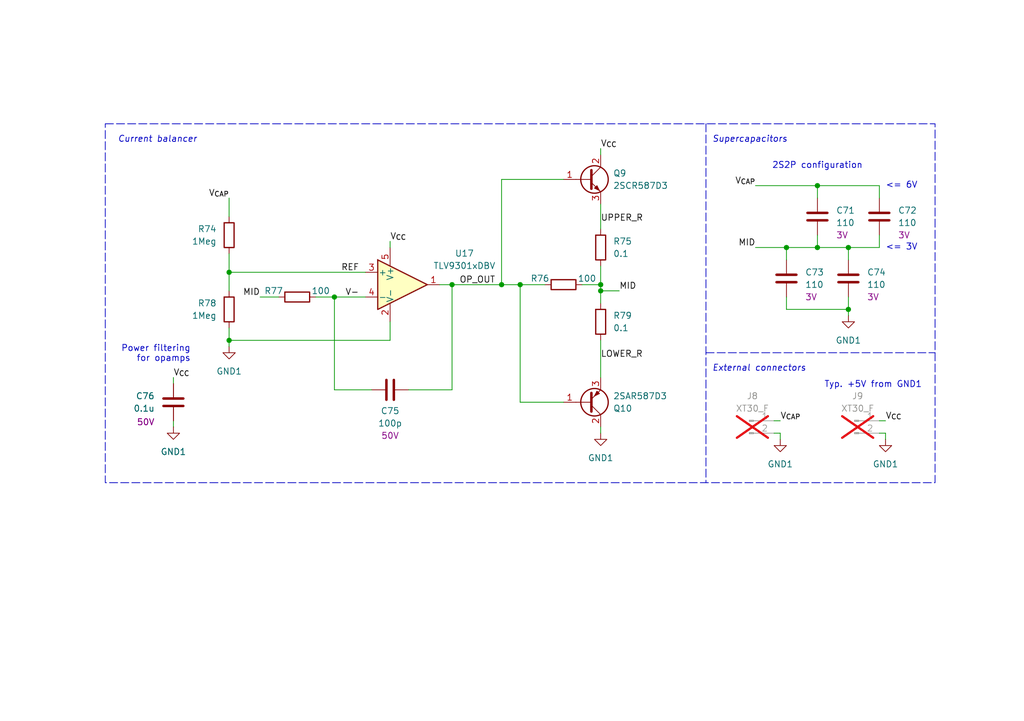
<source format=kicad_sch>
(kicad_sch (version 20250114) (generator "eeschema") (generator_version "9.0")
  (paper "A5")
  (title_block (title "Supercapacitor + Balancing") (date "2025-05-23") (rev "1") (company "UT Robomaster") (comment 1 "Robomaster"))
  (lib_symbols
    (symbol "Amplifier_Operational:TLV9301xDBV" (pin_names (offset 0.127))
      (property "Reference" "U" (at -1.27 6.35 0))
      (property "Value" "TLV9301xDBV" (at -1.27 3.81 0))
      (symbol "TLV9301xDBV_0_1"
        (polyline (pts (xy -5.08 5.08) (xy 5.08 0) (xy -5.08 -5.08) (xy -5.08 5.08)) (stroke (width 0.254)) (fill (type background)))
        (pin power_in line (at -2.54 7.62 270) (length 3.81) (name "V+") (number "5"))
        (pin power_in line (at -2.54 -7.62 90) (length 3.81) (name "V-") (number "2"))
      )
      (symbol "TLV9301xDBV_1_1"
        (pin input line (at -7.62 2.54 0) (length 2.54) (name "+") (number "3"))
        (pin input line (at -7.62 -2.54 0) (length 2.54) (name "-") (number "4"))
        (pin output line (at 7.62 0 180) (length 2.54) (name "~") (number "1"))
      )
    )
    (symbol "Connector:Conn_01x02_Pin" (pin_names (offset 1.016) (hide yes))
      (property "Reference" "J" (at 0 2.54 0))
      (property "Value" "Conn_01x02_Pin" (at 0 -5.08 0))
      (symbol "Conn_01x02_Pin_1_1"
        (rectangle (start 0.8636 0.127) (end 0 -0.127) (stroke (width 0.1524)) (fill (type outline)))
        (rectangle (start 0.8636 -2.413) (end 0 -2.667) (stroke (width 0.1524)) (fill (type outline)))
        (polyline (pts (xy 1.27 0) (xy 0.8636 0)) (stroke (width 0.1524)))
        (polyline (pts (xy 1.27 -2.54) (xy 0.8636 -2.54)) (stroke (width 0.1524)))
        (pin passive line (at 5.08 0 180) (length 3.81) (name "Pin_1") (number "1"))
        (pin passive line (at 5.08 -2.54 180) (length 3.81) (name "Pin_2") (number "2"))
      )
    )
    (symbol "Device:C" (pin_numbers (hide yes)) (pin_names (offset 0.254))
      (property "Reference" "C" (at 0.635 2.54 0))
      (property "Value" "C" (at 0.635 -2.54 0))
      (symbol "C_0_1"
        (polyline (pts (xy -2.032 0.762) (xy 2.032 0.762)) (stroke (width 0.508)))
        (polyline (pts (xy -2.032 -0.762) (xy 2.032 -0.762)) (stroke (width 0.508)))
      )
      (symbol "C_1_1"
        (pin passive line (at 0 3.81 270) (length 2.794) (name "~") (number "1"))
        (pin passive line (at 0 -3.81 90) (length 2.794) (name "~") (number "2"))
      )
    )
    (symbol "Device:R" (pin_numbers (hide yes)) (pin_names (offset 0))
      (property "Reference" "R" (at 2.032 0 90))
      (property "Value" "R" (at 0 0 90))
      (symbol "R_0_1"
        (rectangle (start -1.016 -2.54) (end 1.016 2.54) (stroke (width 0.254)))
      )
      (symbol "R_1_1"
        (pin passive line (at 0 3.81 270) (length 1.27) (name "~") (number "1"))
        (pin passive line (at 0 -3.81 90) (length 1.27) (name "~") (number "2"))
      )
    )
    (symbol "Transistor_BJT:Q_NPN_BCE" (pin_names (offset 0) (hide yes))
      (property "Reference" "Q" (at 5.08 1.27 0))
      (property "Value" "Q_NPN_BCE" (at 5.08 -1.27 0))
      (symbol "Q_NPN_BCE_0_1"
        (polyline (pts (xy -2.54 0) (xy 0.635 0)))
        (polyline (pts (xy 0.635 1.905) (xy 0.635 -1.905)) (stroke (width 0.508)))
        (circle (center 1.27 0) (radius 2.8194) (stroke (width 0.254)))
      )
      (symbol "Q_NPN_BCE_1_1"
        (polyline (pts (xy 0.635 0.635) (xy 2.54 2.54)))
        (polyline (pts (xy 0.635 -0.635) (xy 2.54 -2.54)))
        (polyline (pts (xy 1.27 -1.778) (xy 1.778 -1.27) (xy 2.286 -2.286) (xy 1.27 -1.778)) (fill (type outline)))
        (pin input line (at -5.08 0 0) (length 2.54) (name "B") (number "1"))
        (pin passive line (at 2.54 5.08 270) (length 2.54) (name "C") (number "2"))
        (pin passive line (at 2.54 -5.08 90) (length 2.54) (name "E") (number "3"))
      )
    )
    (symbol "Transistor_BJT:Q_PNP_BCE" (pin_names (offset 0) (hide yes))
      (property "Reference" "Q" (at 5.08 1.27 0))
      (property "Value" "Q_PNP_BCE" (at 5.08 -1.27 0))
      (symbol "Q_PNP_BCE_0_1"
        (polyline (pts (xy -2.54 0) (xy 0.635 0)))
        (polyline (pts (xy 0.635 1.905) (xy 0.635 -1.905)) (stroke (width 0.508)))
        (polyline (pts (xy 0.635 0.635) (xy 2.54 2.54)))
        (polyline (pts (xy 0.635 -0.635) (xy 2.54 -2.54)))
        (circle (center 1.27 0) (radius 2.8194) (stroke (width 0.254)))
        (polyline (pts (xy 2.286 -1.778) (xy 1.778 -2.286) (xy 1.27 -1.27) (xy 2.286 -1.778)) (fill (type outline)))
      )
      (symbol "Q_PNP_BCE_1_1"
        (pin input line (at -5.08 0 0) (length 2.54) (name "B") (number "1"))
        (pin passive line (at 2.54 5.08 270) (length 2.54) (name "C") (number "2"))
        (pin passive line (at 2.54 -5.08 90) (length 2.54) (name "E") (number "3"))
      )
    )
    (symbol "power:GND1" (power) (pin_numbers (hide yes)) (pin_names (offset 0) (hide yes))
      (property "Value" "GND1" (at 0 -3.81 0))
      (symbol "GND1_0_1"
        (polyline (pts (xy 0 0) (xy 0 -1.27) (xy 1.27 -1.27) (xy 0 -2.54) (xy -1.27 -1.27) (xy 0 -1.27)))
      )
      (symbol "GND1_1_1"
        (pin power_in line (at 0 0 270) (length 0) (name "~") (number "1"))
      )
    )
  )
  (rectangle (start 21.59 25.4) (end 191.77 99.06) (stroke (width 0) (type dash)))
  (text "External connectors" (at 146.05 74.93 0) (effects (font (size 1.27 1.27) (italic yes)) (justify left top)))
  (text "<= 3V" (at 181.61 50.8 0) (effects (font (size 1.27 1.27)) (justify left)))
  (text "Power filtering\nfor opamps" (at 39.116 72.644 0) (effects (font (size 1.27 1.27)) (justify right)))
  (text "2S2P configuration" (at 167.64 34.798 0) (effects (font (size 1.27 1.27)) (justify bottom)))
  (text "Current balancer" (at 24.13 27.94 0) (effects (font (size 1.27 1.27) (italic yes)) (justify left top)))
  (text "<= 6V" (at 181.61 38.1 0) (effects (font (size 1.27 1.27)) (justify left)))
  (text "Typ. +5V from GND1" (at 179.07 79.756 0) (effects (font (size 1.27 1.27)) (justify bottom)))
  (text "Supercapacitors" (at 146.05 27.94 0) (effects (font (size 1.27 1.27) (italic yes)) (justify left top)))
  (junction (at 123.19 59.69))
  (junction (at 102.87 58.42))
  (junction (at 161.29 50.8))
  (junction (at 123.19 58.42))
  (junction (at 106.68 58.42))
  (junction (at 173.99 63.5))
  (junction (at 173.99 50.8))
  (junction (at 92.71 58.42))
  (junction (at 46.99 55.88))
  (junction (at 46.99 69.85))
  (junction (at 68.58 60.96))
  (junction (at 167.64 50.8))
  (junction (at 167.64 38.1))
  (wire (pts (xy 160.02 88.9) (xy 160.02 90.17)))
  (wire (pts (xy 102.87 58.42) (xy 106.68 58.42)))
  (wire (pts (xy 181.61 88.9) (xy 181.61 90.17)))
  (wire (pts (xy 68.58 60.96) (xy 74.93 60.96)))
  (wire (pts (xy 92.71 58.42) (xy 92.71 80.01)))
  (wire (pts (xy 167.64 38.1) (xy 167.64 40.64)))
  (wire (pts (xy 180.34 88.9) (xy 181.61 88.9)))
  (wire (pts (xy 123.19 59.69) (xy 123.19 62.23)))
  (wire (pts (xy 161.29 50.8) (xy 161.29 53.34)))
  (wire (pts (xy 106.68 58.42) (xy 111.76 58.42)))
  (wire (pts (xy 115.57 82.55) (xy 106.68 82.55)))
  (wire (pts (xy 173.99 63.5) (xy 173.99 64.77)))
  (wire (pts (xy 161.29 60.96) (xy 161.29 63.5)))
  (polyline (pts (xy 144.78 25.4) (xy 144.78 99.06)) (stroke (width 0) (type dash)))
  (wire (pts (xy 123.19 54.61) (xy 123.19 58.42)))
  (wire (pts (xy 123.19 30.48) (xy 123.19 31.75)))
  (wire (pts (xy 80.01 69.85) (xy 46.99 69.85)))
  (polyline (pts (xy 144.78 72.39) (xy 191.77 72.39)) (stroke (width 0) (type dash)))
  (wire (pts (xy 173.99 50.8) (xy 180.34 50.8)))
  (wire (pts (xy 180.34 50.8) (xy 180.34 48.26)))
  (wire (pts (xy 92.71 58.42) (xy 90.17 58.42)))
  (wire (pts (xy 123.19 58.42) (xy 119.38 58.42)))
  (wire (pts (xy 123.19 69.85) (xy 123.19 77.47)))
  (wire (pts (xy 35.56 86.36) (xy 35.56 87.63)))
  (wire (pts (xy 123.19 58.42) (xy 123.19 59.69)))
  (wire (pts (xy 80.01 66.04) (xy 80.01 69.85)))
  (wire (pts (xy 46.99 67.31) (xy 46.99 69.85)))
  (wire (pts (xy 80.01 49.53) (xy 80.01 50.8)))
  (wire (pts (xy 123.19 87.63) (xy 123.19 88.9)))
  (wire (pts (xy 106.68 82.55) (xy 106.68 58.42)))
  (wire (pts (xy 46.99 69.85) (xy 46.99 71.12)))
  (wire (pts (xy 154.94 50.8) (xy 161.29 50.8)))
  (wire (pts (xy 173.99 53.34) (xy 173.99 50.8)))
  (wire (pts (xy 46.99 52.07) (xy 46.99 55.88)))
  (wire (pts (xy 180.34 86.36) (xy 181.61 86.36)))
  (wire (pts (xy 102.87 36.83) (xy 102.87 58.42)))
  (wire (pts (xy 53.34 60.96) (xy 57.15 60.96)))
  (wire (pts (xy 35.56 77.47) (xy 35.56 78.74)))
  (wire (pts (xy 173.99 63.5) (xy 173.99 60.96)))
  (wire (pts (xy 167.64 50.8) (xy 173.99 50.8)))
  (wire (pts (xy 161.29 63.5) (xy 173.99 63.5)))
  (wire (pts (xy 115.57 36.83) (xy 102.87 36.83)))
  (wire (pts (xy 46.99 55.88) (xy 74.93 55.88)))
  (wire (pts (xy 161.29 50.8) (xy 167.64 50.8)))
  (wire (pts (xy 123.19 59.69) (xy 127 59.69)))
  (wire (pts (xy 158.75 88.9) (xy 160.02 88.9)))
  (wire (pts (xy 123.19 41.91) (xy 123.19 46.99)))
  (wire (pts (xy 154.94 38.1) (xy 167.64 38.1)))
  (wire (pts (xy 180.34 40.64) (xy 180.34 38.1)))
  (wire (pts (xy 68.58 80.01) (xy 76.2 80.01)))
  (wire (pts (xy 68.58 60.96) (xy 68.58 80.01)))
  (wire (pts (xy 83.82 80.01) (xy 92.71 80.01)))
  (wire (pts (xy 46.99 40.64) (xy 46.99 44.45)))
  (wire (pts (xy 46.99 55.88) (xy 46.99 59.69)))
  (wire (pts (xy 158.75 86.36) (xy 160.02 86.36)))
  (wire (pts (xy 64.77 60.96) (xy 68.58 60.96)))
  (wire (pts (xy 92.71 58.42) (xy 102.87 58.42)))
  (wire (pts (xy 167.64 38.1) (xy 180.34 38.1)))
  (wire (pts (xy 167.64 48.26) (xy 167.64 50.8)))
  (label "V-" (at 73.66 60.96 180))
  (label "LOWER_R" (at 123.19 73.66 0))
  (label "V_{CC}" (at 181.61 86.36 0))
  (label "OP_OUT" (at 101.6 58.42 180))
  (label "UPPER_R" (at 123.19 45.72 0))
  (label "MID" (at 127 59.69 0))
  (label "V_{CAP}" (at 154.94 38.1 180))
  (label "MID" (at 154.94 50.8 180))
  (label "MID" (at 53.34 60.96 180))
  (label "V_{CAP}" (at 46.99 40.64 180))
  (label "REF" (at 73.66 55.88 180))
  (label "V_{CC}" (at 35.56 77.47 0))
  (label "V_{CAP}" (at 160.02 86.36 0))
  (label "V_{CC}" (at 123.19 30.48 0))
  (label "V_{CC}" (at 80.01 49.53 0))
  (symbol (lib_id "Device:R") (at 123.19 66.04 0) (unit 1)
    (property "Reference" "R79" (at 125.73 64.7699 0) (effects (justify left)))
    (property "Value" "0.1" (at 125.73 67.3099 0) (effects (justify left)))
    (property "Footprint" "Resistor_SMD:R_1206_3216Metric_Pad1.30x1.75mm_HandSolder" (effects (hide yes)))
    (property "Datasheet" "https://www.eaton.com/content/dam/eaton/products/electronic-components/resources/data-sheet/eaton-mfha-automotive-smd-current-sense-resistor-metal-film-data-sheet-elx1178.pdf" (effects (hide yes)))
    (property "Description" "Resistor" (effects (hide yes)))
    (property "Mouser Part Number" "504-MFHA1206R1000FC" (effects (hide yes)))
  )
  (symbol (lib_id "Amplifier_Operational:TLV9301xDBV") (at 82.55 58.42 0) (unit 1)
    (property "Reference" "U17" (at 95.25 51.9998 0))
    (property "Value" "TLV9301xDBV" (at 95.25 54.5398 0))
    (property "Footprint" "Package_TO_SOT_SMD:SOT-23-5_HandSoldering" (effects (hide yes)))
    (property "Datasheet" "https://www.ti.com/lit/ds/symlink/tlv9301.pdf" (effects (hide yes)))
    (property "Description" "40-V, 1-MHz, RRO Operational Amplifiers for Cost-Sensitive Systems, SOT-23-5" (effects (hide yes)))
    (property "Mouser Part Number" "595-TLV9301IDBVR" (effects (hide yes)))
  )
  (symbol (lib_id "Connector:Conn_01x02_Pin") (at 175.26 86.36 0) (unit 1) (dnp yes)
    (property "Reference" "J9" (at 175.895 81.28 0))
    (property "Value" "XT30_F" (at 175.895 83.82 0))
    (property "Footprint" "Connector_AMASS:AMASS_XT30U-F_1x02_P5.0mm_Vertical" (effects (hide yes)))
    (property "Description" "Generic connector, single row, 01x02, script generated" (effects (hide yes)))
  )
  (symbol (lib_id "Device:C") (at 80.01 80.01 90) (unit 1)
    (property "Reference" "C75" (at 80.01 84.328 90))
    (property "Value" "100p" (at 80.01 86.868 90))
    (property "Footprint" "Capacitor_SMD:C_0603_1608Metric_Pad1.08x0.95mm_HandSolder" (effects (hide yes)))
    (property "Description" "Unpolarized capacitor" (effects (hide yes)))
    (property "Mouser Part Number" "77-VJ0603A101KXACBC" (effects (hide yes)))
    (property "Voltage Rating" "50V" (at 80.01 89.408 90))
  )
  (symbol (lib_id "Device:C") (at 161.29 57.15 0) (unit 1) (on_board no)
    (property "Reference" "C73" (at 165.1 55.8799 0) (effects (justify left)))
    (property "Value" "110" (at 165.1 58.4199 0) (effects (justify left)))
    (property "Footprint" "Capacitor_THT:C_Radial_D18.0mm_H35.5mm_P7.50mm" (effects (hide yes)))
    (property "Datasheet" "https://www.mouser.com/datasheet/2/40/AVX_SCC-3084824.pdf" (effects (hide yes)))
    (property "Description" "Supercapacitor" (effects (hide yes)))
    (property "Mouser Part Number" "598-DSF117Q3R0" (effects (hide yes)))
    (property "Voltage Rating" "3V" (at 165.1 60.96 0) (effects (justify left)))
  )
  (symbol (lib_id "power:GND1") (at 46.99 71.12 0) (unit 1)
    (property "Reference" "#PWR098" (effects (hide yes)))
    (property "Value" "GND1" (at 46.99 76.2 0))
    (property "Description" "Power symbol creates a global label with name \"GND1\" , ground" (effects (hide yes)))
  )
  (symbol (lib_id "Device:C") (at 35.56 82.55 0) (mirror y) (unit 1)
    (property "Reference" "C76" (at 31.75 81.2799 0) (effects (justify left)))
    (property "Value" "0.1u" (at 31.75 83.8199 0) (effects (justify left)))
    (property "Footprint" "Capacitor_SMD:C_0603_1608Metric_Pad1.08x0.95mm_HandSolder" (effects (hide yes)))
    (property "Datasheet" "https://www.mouser.com/datasheet/2/40/KGM_X7R-3223212.pdf" (effects (hide yes)))
    (property "Description" "Unpolarized capacitor" (effects (hide yes)))
    (property "Mouser Part Number" "581-KGM15BR71H104JT" (effects (hide yes)))
    (property "Voltage Rating" "50V" (at 31.75 86.614 0) (effects (justify left)))
  )
  (symbol (lib_id "power:GND1") (at 160.02 90.17 0) (unit 1)
    (property "Reference" "#PWR0101" (effects (hide yes)))
    (property "Value" "GND1" (at 160.02 95.25 0))
    (property "Description" "Power symbol creates a global label with name \"GND1\" , ground" (effects (hide yes)))
  )
  (symbol (lib_id "power:GND1") (at 173.99 64.77 0) (unit 1)
    (property "Reference" "#PWR097" (effects (hide yes)))
    (property "Value" "GND1" (at 173.99 69.85 0))
    (property "Description" "Power symbol creates a global label with name \"GND1\" , ground" (effects (hide yes)))
  )
  (symbol (lib_id "Device:R") (at 46.99 48.26 0) (mirror y) (unit 1)
    (property "Reference" "R74" (at 44.45 46.9899 0) (effects (justify left)))
    (property "Value" "1Meg" (at 44.45 49.5299 0) (effects (justify left)))
    (property "Footprint" "Resistor_SMD:R_0603_1608Metric_Pad0.98x0.95mm_HandSolder" (effects (hide yes)))
    (property "Datasheet" "https://www.mouser.com/datasheet/2/447/PYu_RC_Group_51_RoHS_L_11-1984063.pdf" (effects (hide yes)))
    (property "Description" "Resistor" (effects (hide yes)))
    (property "Mouser Part Number" "603-RC0603FR-071MP" (effects (hide yes)))
  )
  (symbol (lib_id "Device:C") (at 167.64 44.45 0) (unit 1) (on_board no)
    (property "Reference" "C71" (at 171.45 43.1799 0) (effects (justify left)))
    (property "Value" "110" (at 171.45 45.7199 0) (effects (justify left)))
    (property "Footprint" "Capacitor_THT:C_Radial_D18.0mm_H35.5mm_P7.50mm" (effects (hide yes)))
    (property "Datasheet" "https://www.mouser.com/datasheet/2/40/AVX_SCC-3084824.pdf" (effects (hide yes)))
    (property "Description" "Supercapacitor" (effects (hide yes)))
    (property "Mouser Part Number" "598-DSF117Q3R0" (effects (hide yes)))
    (property "Voltage Rating" "3V" (at 171.45 48.26 0) (effects (justify left)))
  )
  (symbol (lib_id "power:GND1") (at 123.19 88.9 0) (unit 1)
    (property "Reference" "#PWR0100" (effects (hide yes)))
    (property "Value" "GND1" (at 123.19 93.98 0))
    (property "Description" "Power symbol creates a global label with name \"GND1\" , ground" (effects (hide yes)))
  )
  (symbol (lib_id "Connector:Conn_01x02_Pin") (at 153.67 86.36 0) (unit 1) (dnp yes)
    (property "Reference" "J8" (at 154.305 81.28 0))
    (property "Value" "XT30_F" (at 154.305 83.82 0))
    (property "Footprint" "Connector_AMASS:AMASS_XT30U-F_1x02_P5.0mm_Vertical" (effects (hide yes)))
    (property "Description" "Generic connector, single row, 01x02, script generated" (effects (hide yes)))
  )
  (symbol (lib_id "Transistor_BJT:Q_NPN_BCE") (at 120.65 36.83 0) (unit 1)
    (property "Reference" "Q9" (at 125.73 35.5599 0) (effects (justify left)))
    (property "Value" "2SCR587D3" (at 125.73 38.0999 0) (effects (justify left)))
    (property "Footprint" "Package_TO_SOT_SMD:TO-252-2" (effects (hide yes)))
    (property "Datasheet" "https://fscdn.rohm.com/en/products/databook/datasheet/discrete/transistor/bipolar/2scr587d3fratl-e.pdf" (effects (hide yes)))
    (property "Description" "NPN transistor, base/collector/emitter" (effects (hide yes)))
    (property "Mouser Part Number" "755-2SCR587D3FRATL" (effects (hide yes)))
  )
  (symbol (lib_id "Device:C") (at 180.34 44.45 0) (unit 1) (on_board no)
    (property "Reference" "C72" (at 184.15 43.1799 0) (effects (justify left)))
    (property "Value" "110" (at 184.15 45.7199 0) (effects (justify left)))
    (property "Footprint" "Capacitor_THT:C_Radial_D18.0mm_H35.5mm_P7.50mm" (effects (hide yes)))
    (property "Datasheet" "https://www.mouser.com/datasheet/2/40/AVX_SCC-3084824.pdf" (effects (hide yes)))
    (property "Description" "Supercapacitor" (effects (hide yes)))
    (property "Mouser Part Number" "598-DSF117Q3R0" (effects (hide yes)))
    (property "Voltage Rating" "3V" (at 184.15 48.26 0) (effects (justify left)))
  )
  (symbol (lib_id "Device:R") (at 123.19 50.8 0) (unit 1)
    (property "Reference" "R75" (at 125.73 49.5299 0) (effects (justify left)))
    (property "Value" "0.1" (at 125.73 52.0699 0) (effects (justify left)))
    (property "Footprint" "Resistor_SMD:R_1206_3216Metric_Pad1.30x1.75mm_HandSolder" (effects (hide yes)))
    (property "Datasheet" "https://www.eaton.com/content/dam/eaton/products/electronic-components/resources/data-sheet/eaton-mfha-automotive-smd-current-sense-resistor-metal-film-data-sheet-elx1178.pdf" (effects (hide yes)))
    (property "Description" "Resistor" (effects (hide yes)))
    (property "Mouser Part Number" "504-MFHA1206R1000FC" (effects (hide yes)))
  )
  (symbol (lib_id "Device:R") (at 46.99 63.5 0) (mirror y) (unit 1)
    (property "Reference" "R78" (at 44.45 62.2299 0) (effects (justify left)))
    (property "Value" "1Meg" (at 44.45 64.7699 0) (effects (justify left)))
    (property "Footprint" "Resistor_SMD:R_0603_1608Metric_Pad0.98x0.95mm_HandSolder" (effects (hide yes)))
    (property "Datasheet" "https://www.mouser.com/datasheet/2/447/PYu_RC_Group_51_RoHS_L_11-1984063.pdf" (effects (hide yes)))
    (property "Description" "Resistor" (effects (hide yes)))
    (property "Mouser Part Number" "603-RC0603FR-071MP" (effects (hide yes)))
  )
  (symbol (lib_id "Device:R") (at 60.96 60.96 90) (unit 1)
    (property "Reference" "R77" (at 56.134 59.69 90))
    (property "Value" "100" (at 65.786 59.69 90))
    (property "Footprint" "Resistor_SMD:R_0603_1608Metric_Pad0.98x0.95mm_HandSolder" (effects (hide yes)))
    (property "Description" "Resistor" (effects (hide yes)))
    (property "Mouser Part Number" "754-RG1608P-101DT5" (effects (hide yes)))
  )
  (symbol (lib_id "power:GND1") (at 35.56 87.63 0) (unit 1)
    (property "Reference" "#PWR099" (effects (hide yes)))
    (property "Value" "GND1" (at 35.56 92.71 0))
    (property "Description" "Power symbol creates a global label with name \"GND1\" , ground" (effects (hide yes)))
  )
  (symbol (lib_id "power:GND1") (at 181.61 90.17 0) (unit 1)
    (property "Reference" "#PWR0102" (effects (hide yes)))
    (property "Value" "GND1" (at 181.61 95.25 0))
    (property "Description" "Power symbol creates a global label with name \"GND1\" , ground" (effects (hide yes)))
  )
  (symbol (lib_id "Device:R") (at 115.57 58.42 90) (unit 1)
    (property "Reference" "R76" (at 110.744 57.15 90))
    (property "Value" "100" (at 120.396 57.15 90))
    (property "Footprint" "Resistor_SMD:R_0603_1608Metric_Pad0.98x0.95mm_HandSolder" (effects (hide yes)))
    (property "Description" "Resistor" (effects (hide yes)))
    (property "Mouser Part Number" "754-RG1608P-101DT5" (effects (hide yes)))
  )
  (symbol (lib_id "Transistor_BJT:Q_PNP_BCE") (at 120.65 82.55 0) (mirror x) (unit 1)
    (property "Reference" "Q10" (at 125.73 83.8201 0) (effects (justify left)))
    (property "Value" "2SAR587D3" (at 125.73 81.2801 0) (effects (justify left)))
    (property "Footprint" "Package_TO_SOT_SMD:TO-252-2" (effects (hide yes)))
    (property "Datasheet" "https://fscdn.rohm.com/en/products/databook/datasheet/discrete/transistor/bipolar/2sar587d3fratl-e.pdf" (effects (hide yes)))
    (property "Description" "PNP transistor, base/collector/emitter" (effects (hide yes)))
    (property "Mouser Part Number" "755-2SAR587D3FRATL" (effects (hide yes)))
  )
  (symbol (lib_id "Device:C") (at 173.99 57.15 0) (unit 1) (on_board no)
    (property "Reference" "C74" (at 177.8 55.8799 0) (effects (justify left)))
    (property "Value" "110" (at 177.8 58.4199 0) (effects (justify left)))
    (property "Footprint" "Capacitor_THT:C_Radial_D18.0mm_H35.5mm_P7.50mm" (effects (hide yes)))
    (property "Datasheet" "https://www.mouser.com/datasheet/2/40/AVX_SCC-3084824.pdf" (effects (hide yes)))
    (property "Description" "Supercapacitor" (effects (hide yes)))
    (property "Mouser Part Number" "598-DSF117Q3R0" (effects (hide yes)))
    (property "Voltage Rating" "3V" (at 177.8 60.96 0) (effects (justify left)))
  )
)
</source>
